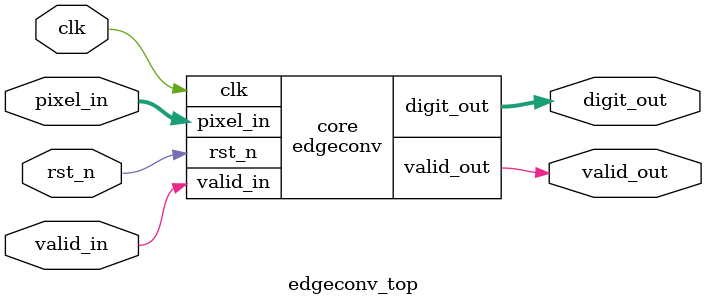
<source format=v>
/* Generated by Yosys 0.38 (git sha1 543faed9c8c, clang++ 17.0.6 -fPIC -Os) */

(* src = "/work/designs/edgeconv_top/src/edgeconv.v:8.1-50.10" *)
module edgeconv(clk, rst_n, valid_in, pixel_in, digit_out, valid_out);
  (* src = "/work/designs/edgeconv_top/src/edgeconv.v:24.5-45.8" *)
  wire _000_;
  wire _001_;
  wire _002_;
  wire _003_;
  wire _004_;
  wire _005_;
  wire _006_;
  wire _007_;
  wire _008_;
  wire _009_;
  wire _010_;
  wire _011_;
  wire _012_;
  wire _013_;
  wire _014_;
  wire _015_;
  wire _016_;
  wire _017_;
  wire _018_;
  wire _019_;
  wire _020_;
  wire _021_;
  wire _022_;
  wire _023_;
  wire _024_;
  wire _025_;
  wire _026_;
  wire _027_;
  wire _028_;
  wire _029_;
  wire _030_;
  wire _031_;
  wire _032_;
  wire _033_;
  wire _034_;
  wire _035_;
  wire _036_;
  wire _037_;
  wire _038_;
  wire _039_;
  wire _040_;
  wire _041_;
  wire _042_;
  wire _043_;
  wire _044_;
  wire _045_;
  wire _046_;
  wire _047_;
  wire _048_;
  wire _049_;
  wire _050_;
  wire _051_;
  wire _052_;
  wire _053_;
  wire _054_;
  wire _055_;
  wire _056_;
  wire _057_;
  wire _058_;
  wire _059_;
  wire _060_;
  wire _061_;
  wire _062_;
  wire _063_;
  wire _064_;
  wire _065_;
  wire _066_;
  wire _067_;
  wire _068_;
  wire _069_;
  wire _070_;
  wire _071_;
  wire _072_;
  wire _073_;
  wire _074_;
  wire _075_;
  wire _076_;
  (* force_downto = 32'd1 *)
  (* src = "/work/designs/edgeconv_top/src/edgeconv.v:36.32-36.58|/nix/store/sx2v0i73mn1ih2z1nk61pm9n5gjgpidy-yosys/bin/../share/yosys/techmap.v:270.23-270.24" *)
  (* unused_bits = "1 2 3" *)
  wire [4:0] _077_;
  (* force_downto = 32'd1 *)
  (* src = "/work/designs/edgeconv_top/src/edgeconv.v:36.31-36.64|/nix/store/sx2v0i73mn1ih2z1nk61pm9n5gjgpidy-yosys/bin/../share/yosys/techmap.v:420.23-420.24" *)
  (* unused_bits = "4 5 6 7 8 9 10 11 12 13 14 15 16 17 18 19 20 21 22 23 24 25 26 27 28 29 30 31" *)
  wire [31:0] _078_;
  (* src = "/work/designs/edgeconv_top/src/edgeconv.v:9.19-9.22" *)
  input clk;
  wire clk;
  (* src = "/work/designs/edgeconv_top/src/edgeconv.v:13.19-13.28" *)
  output [3:0] digit_out;
  wire [3:0] digit_out;
  (* src = "/work/designs/edgeconv_top/src/edgeconv.v:20.15-20.24" *)
  reg [9:0] pixel_cnt;
  (* src = "/work/designs/edgeconv_top/src/edgeconv.v:12.19-12.27" *)
  input [7:0] pixel_in;
  wire [7:0] pixel_in;
  (* src = "/work/designs/edgeconv_top/src/edgeconv.v:21.15-21.25" *)
  reg [3:0] result_reg;
  (* src = "/work/designs/edgeconv_top/src/edgeconv.v:10.19-10.24" *)
  input rst_n;
  wire rst_n;
  (* src = "/work/designs/edgeconv_top/src/edgeconv.v:11.19-11.27" *)
  input valid_in;
  wire valid_in;
  (* src = "/work/designs/edgeconv_top/src/edgeconv.v:14.19-14.28" *)
  output valid_out;
  wire valid_out;
  (* src = "/work/designs/edgeconv_top/src/edgeconv.v:22.15-22.24" *)
  reg valid_reg;
  assign _001_ = ~pixel_cnt[0];
  assign _023_ = ~(result_reg[0] & pixel_in[0]);
  assign _024_ = result_reg[0] | pixel_in[0];
  assign _077_[0] = _023_ & _024_;
  assign _025_ = pixel_cnt[1] & pixel_cnt[0];
  assign _026_ = ~(pixel_cnt[1] | pixel_cnt[0]);
  assign _002_ = ~(_025_ | _026_);
  assign _027_ = pixel_cnt[2] & _025_;
  assign _028_ = ~(pixel_cnt[2] | _025_);
  assign _003_ = ~(_027_ | _028_);
  assign _029_ = pixel_cnt[3] & _027_;
  assign _030_ = ~(pixel_cnt[3] | _027_);
  assign _004_ = ~(_029_ | _030_);
  assign _031_ = pixel_cnt[4] & _029_;
  assign _032_ = ~(pixel_cnt[5] | pixel_cnt[4]);
  assign _033_ = ~(pixel_cnt[7] | pixel_cnt[6]);
  assign _034_ = pixel_cnt[8] & pixel_cnt[9];
  assign _035_ = _033_ & _034_;
  assign _036_ = _032_ & _035_;
  assign _037_ = ~(pixel_cnt[4] | _029_);
  assign _038_ = ~(_036_ | _037_);
  assign _005_ = _038_ & ~(_031_);
  assign _039_ = pixel_cnt[5] & _031_;
  assign _040_ = ~(pixel_cnt[5] | _031_);
  assign _006_ = ~(_039_ | _040_);
  assign _041_ = pixel_cnt[6] & _039_;
  assign _042_ = ~(pixel_cnt[6] | _039_);
  assign _007_ = ~(_041_ | _042_);
  assign _043_ = pixel_cnt[7] & _041_;
  assign _044_ = ~(pixel_cnt[7] | _041_);
  assign _008_ = ~(_043_ | _044_);
  assign _045_ = pixel_cnt[8] | _043_;
  assign _046_ = ~(_029_ & _036_);
  assign _047_ = ~(pixel_cnt[8] & _043_);
  assign _048_ = _045_ & _047_;
  assign _009_ = _046_ & _048_;
  assign _049_ = ~(pixel_cnt[9] & _047_);
  assign _050_ = pixel_cnt[9] | _047_;
  assign _051_ = ~(_049_ & _050_);
  assign _010_ = _046_ & _051_;
  assign _052_ = ~(result_reg[1] & pixel_in[1]);
  assign _053_ = result_reg[1] | pixel_in[1];
  assign _054_ = ~(_052_ & _053_);
  assign _055_ = _023_ | _054_;
  assign _056_ = ~(_023_ & _054_);
  assign _057_ = ~(_055_ & _056_);
  assign _058_ = ~(result_reg[2] & pixel_in[2]);
  assign _059_ = result_reg[2] | pixel_in[2];
  assign _060_ = _058_ & _059_;
  assign _061_ = ~(_052_ & _055_);
  assign _062_ = ~(_060_ & _061_);
  assign _063_ = ~(_058_ & _062_);
  assign _064_ = ~(result_reg[3] & pixel_in[3]);
  assign _065_ = result_reg[3] | pixel_in[3];
  assign _066_ = _064_ & _065_;
  assign _067_ = ~(_063_ & _066_);
  assign _068_ = _063_ | _066_;
  assign _069_ = _067_ & _068_;
  assign _070_ = ~(_064_ & _067_);
  assign _071_ = _060_ | _061_;
  assign _072_ = ~(_062_ & _071_);
  assign _073_ = _070_ & _072_;
  assign _074_ = _073_ & ~(_069_);
  assign _075_ = _069_ & ~(_073_);
  assign _076_ = ~(_069_ & _073_);
  assign _011_ = _070_ | _072_;
  assign _012_ = _076_ & _011_;
  assign _013_ = _057_ & _012_;
  assign _014_ = ~(_057_ & _012_);
  assign _015_ = _075_ & _014_;
  assign _016_ = _074_ | _015_;
  assign _017_ = ~(_057_ & _016_);
  assign _018_ = _057_ | _016_;
  assign _078_[1] = ~(_017_ & _018_);
  assign _019_ = ~(_074_ & _013_);
  assign _020_ = _012_ | ~(_017_);
  assign _078_[2] = ~(_019_ & _020_);
  assign _021_ = ~(_074_ & _014_);
  assign _022_ = ~(_075_ & _013_);
  assign _078_[3] = ~(_021_ & _022_);
  assign _000_ = valid_in & ~(_046_);
  (* src = "/work/designs/edgeconv_top/src/edgeconv.v:24.5-45.8" *)
  always @(posedge clk, negedge rst_n)
    if (!rst_n) result_reg[0] <= 1'h0;
    else if (valid_in) result_reg[0] <= _077_[0];
  (* src = "/work/designs/edgeconv_top/src/edgeconv.v:24.5-45.8" *)
  always @(posedge clk, negedge rst_n)
    if (!rst_n) result_reg[1] <= 1'h0;
    else if (valid_in) result_reg[1] <= _078_[1];
  (* src = "/work/designs/edgeconv_top/src/edgeconv.v:24.5-45.8" *)
  always @(posedge clk, negedge rst_n)
    if (!rst_n) result_reg[2] <= 1'h0;
    else if (valid_in) result_reg[2] <= _078_[2];
  (* src = "/work/designs/edgeconv_top/src/edgeconv.v:24.5-45.8" *)
  always @(posedge clk, negedge rst_n)
    if (!rst_n) result_reg[3] <= 1'h0;
    else if (valid_in) result_reg[3] <= _078_[3];
  (* src = "/work/designs/edgeconv_top/src/edgeconv.v:24.5-45.8" *)
  always @(posedge clk, negedge rst_n)
    if (!rst_n) pixel_cnt[0] <= 1'h0;
    else if (valid_in) pixel_cnt[0] <= _001_;
  (* src = "/work/designs/edgeconv_top/src/edgeconv.v:24.5-45.8" *)
  always @(posedge clk, negedge rst_n)
    if (!rst_n) pixel_cnt[1] <= 1'h0;
    else if (valid_in) pixel_cnt[1] <= _002_;
  (* src = "/work/designs/edgeconv_top/src/edgeconv.v:24.5-45.8" *)
  always @(posedge clk, negedge rst_n)
    if (!rst_n) pixel_cnt[2] <= 1'h0;
    else if (valid_in) pixel_cnt[2] <= _003_;
  (* src = "/work/designs/edgeconv_top/src/edgeconv.v:24.5-45.8" *)
  always @(posedge clk, negedge rst_n)
    if (!rst_n) pixel_cnt[3] <= 1'h0;
    else if (valid_in) pixel_cnt[3] <= _004_;
  (* src = "/work/designs/edgeconv_top/src/edgeconv.v:24.5-45.8" *)
  always @(posedge clk, negedge rst_n)
    if (!rst_n) pixel_cnt[4] <= 1'h0;
    else if (valid_in) pixel_cnt[4] <= _005_;
  (* src = "/work/designs/edgeconv_top/src/edgeconv.v:24.5-45.8" *)
  always @(posedge clk, negedge rst_n)
    if (!rst_n) pixel_cnt[5] <= 1'h0;
    else if (valid_in) pixel_cnt[5] <= _006_;
  (* src = "/work/designs/edgeconv_top/src/edgeconv.v:24.5-45.8" *)
  always @(posedge clk, negedge rst_n)
    if (!rst_n) pixel_cnt[6] <= 1'h0;
    else if (valid_in) pixel_cnt[6] <= _007_;
  (* src = "/work/designs/edgeconv_top/src/edgeconv.v:24.5-45.8" *)
  always @(posedge clk, negedge rst_n)
    if (!rst_n) pixel_cnt[7] <= 1'h0;
    else if (valid_in) pixel_cnt[7] <= _008_;
  (* src = "/work/designs/edgeconv_top/src/edgeconv.v:24.5-45.8" *)
  always @(posedge clk, negedge rst_n)
    if (!rst_n) pixel_cnt[8] <= 1'h0;
    else if (valid_in) pixel_cnt[8] <= _009_;
  (* src = "/work/designs/edgeconv_top/src/edgeconv.v:24.5-45.8" *)
  always @(posedge clk, negedge rst_n)
    if (!rst_n) pixel_cnt[9] <= 1'h0;
    else if (valid_in) pixel_cnt[9] <= _010_;
  (* src = "/work/designs/edgeconv_top/src/edgeconv.v:24.5-45.8" *)
  always @(posedge clk, negedge rst_n)
    if (!rst_n) valid_reg <= 1'h0;
    else valid_reg <= _000_;
  assign _077_[4] = 1'h0;
  assign _078_[0] = _077_[0];
  assign digit_out = result_reg;
  assign valid_out = valid_reg;
endmodule

(* top =  1  *)
(* src = "/work/designs/edgeconv_top/src/edgeconv_top.v:3.1-19.10" *)
module edgeconv_top(clk, rst_n, valid_in, pixel_in, digit_out, valid_out);
  (* src = "/work/designs/edgeconv_top/src/edgeconv_top.v:4.19-4.22" *)
  input clk;
  wire clk;
  (* src = "/work/designs/edgeconv_top/src/edgeconv_top.v:8.19-8.28" *)
  output [3:0] digit_out;
  wire [3:0] digit_out;
  (* src = "/work/designs/edgeconv_top/src/edgeconv_top.v:7.19-7.27" *)
  input [7:0] pixel_in;
  wire [7:0] pixel_in;
  (* src = "/work/designs/edgeconv_top/src/edgeconv_top.v:5.19-5.24" *)
  input rst_n;
  wire rst_n;
  (* src = "/work/designs/edgeconv_top/src/edgeconv_top.v:6.19-6.27" *)
  input valid_in;
  wire valid_in;
  (* src = "/work/designs/edgeconv_top/src/edgeconv_top.v:9.19-9.28" *)
  output valid_out;
  wire valid_out;
  (* module_not_derived = 32'd1 *)
  (* src = "/work/designs/edgeconv_top/src/edgeconv_top.v:11.14-18.6" *)
  edgeconv core (
    .clk(clk),
    .digit_out(digit_out),
    .pixel_in(pixel_in),
    .rst_n(rst_n),
    .valid_in(valid_in),
    .valid_out(valid_out)
  );
endmodule

</source>
